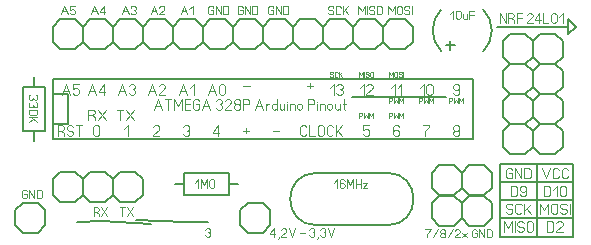
<source format=gbr>
%FSLAX34Y34*%
%MOMM*%
%LNCOPPER_BOTTOM*%
G71*
G01*
%ADD10C, 0.15*%
%ADD11C, 0.11*%
%ADD12C, 0.06*%
%ADD13C, 0.11*%
%ADD14C, 0.20*%
%ADD15C, 0.10*%
%ADD16C, 0.09*%
%LPD*%
G54D10*
X41275Y-69850D02*
X41275Y-120650D01*
X396875Y-120650D01*
X396875Y-69850D01*
X41275Y-69850D01*
G54D10*
X41275Y-82550D02*
X41275Y-107950D01*
X53975Y-107950D01*
X53975Y-82550D01*
X41275Y-82550D01*
G54D11*
X127011Y-95731D02*
X130344Y-86842D01*
X133678Y-95731D01*
G54D11*
X128344Y-92398D02*
X132344Y-92398D01*
G54D11*
X138778Y-95731D02*
X138778Y-86842D01*
G54D11*
X136111Y-86842D02*
X141444Y-86842D01*
G54D11*
X143811Y-95732D02*
X143811Y-86842D01*
X147144Y-92398D01*
X150478Y-86842D01*
X150478Y-95731D01*
G54D11*
X157578Y-95731D02*
X152911Y-95731D01*
X152911Y-86842D01*
X157578Y-86842D01*
G54D11*
X152911Y-91287D02*
X157578Y-91287D01*
G54D11*
X162678Y-91287D02*
X165344Y-91287D01*
X165344Y-94065D01*
X164678Y-95176D01*
X163344Y-95731D01*
X162011Y-95731D01*
X160678Y-95176D01*
X160011Y-94064D01*
X160011Y-88509D01*
X160678Y-87398D01*
X162011Y-86842D01*
X163344Y-86842D01*
X164678Y-87398D01*
X165344Y-88509D01*
G54D11*
X167711Y-95731D02*
X171044Y-86842D01*
X174378Y-95731D01*
G54D11*
X169044Y-92398D02*
X173044Y-92398D01*
G54D11*
X179311Y-88509D02*
X179978Y-87398D01*
X181311Y-86842D01*
X182644Y-86842D01*
X183978Y-87398D01*
X184644Y-88509D01*
X184644Y-89620D01*
X183978Y-90731D01*
X182644Y-91287D01*
X183978Y-91842D01*
X184644Y-92954D01*
X184644Y-94065D01*
X183978Y-95176D01*
X182644Y-95731D01*
X181311Y-95731D01*
X179978Y-95176D01*
X179311Y-94064D01*
G54D11*
X192344Y-95731D02*
X187011Y-95731D01*
X187011Y-95176D01*
X187678Y-94065D01*
X191678Y-90731D01*
X192344Y-89620D01*
X192344Y-88509D01*
X191678Y-87398D01*
X190344Y-86842D01*
X189011Y-86842D01*
X187678Y-87398D01*
X187011Y-88509D01*
G54D11*
X198044Y-91287D02*
X196711Y-91287D01*
X195378Y-90731D01*
X194711Y-89620D01*
X194711Y-88509D01*
X195378Y-87398D01*
X196711Y-86842D01*
X198044Y-86842D01*
X199378Y-87398D01*
X200044Y-88509D01*
X200044Y-89620D01*
X199378Y-90731D01*
X198044Y-91287D01*
X199378Y-91842D01*
X200044Y-92954D01*
X200044Y-94065D01*
X199378Y-95176D01*
X198044Y-95731D01*
X196711Y-95731D01*
X195378Y-95176D01*
X194711Y-94065D01*
X194711Y-92954D01*
X195378Y-91842D01*
X196711Y-91287D01*
G54D11*
X202411Y-95731D02*
X202411Y-86842D01*
X205744Y-86842D01*
X207078Y-87398D01*
X207744Y-88509D01*
X207744Y-89620D01*
X207078Y-90731D01*
X205744Y-91287D01*
X202411Y-91287D01*
G54D11*
X212611Y-95731D02*
X215944Y-86842D01*
X219278Y-95731D01*
G54D11*
X213944Y-92398D02*
X217944Y-92398D01*
G54D11*
X221711Y-95731D02*
X221711Y-90731D01*
G54D11*
X221711Y-91842D02*
X223044Y-90731D01*
X224378Y-90731D01*
G54D11*
X230811Y-95731D02*
X230811Y-86842D01*
G54D11*
X230811Y-92176D02*
X230144Y-91065D01*
X228811Y-90731D01*
X227478Y-91064D01*
X226811Y-92176D01*
X226811Y-94398D01*
X227478Y-95509D01*
X228811Y-95731D01*
X230144Y-95509D01*
X230811Y-94398D01*
G54D11*
X237211Y-90731D02*
X237211Y-95731D01*
G54D11*
X237211Y-94620D02*
X236544Y-95509D01*
X235211Y-95731D01*
X233878Y-95509D01*
X233211Y-94620D01*
X233211Y-90731D01*
G54D11*
X239611Y-95732D02*
X239611Y-90731D01*
G54D11*
X239611Y-89064D02*
X239611Y-89064D01*
G54D11*
X242011Y-95731D02*
X242011Y-90731D01*
G54D11*
X242011Y-91842D02*
X242678Y-91065D01*
X244011Y-90731D01*
X245344Y-91065D01*
X246011Y-91842D01*
X246011Y-95731D01*
G54D11*
X252411Y-94398D02*
X252411Y-92176D01*
X251744Y-91065D01*
X250411Y-90731D01*
X249078Y-91064D01*
X248411Y-92176D01*
X248411Y-94398D01*
X249078Y-95509D01*
X250411Y-95731D01*
X251744Y-95509D01*
X252411Y-94398D01*
G54D11*
X257311Y-95731D02*
X257311Y-86842D01*
X260644Y-86842D01*
X261978Y-87398D01*
X262644Y-88509D01*
X262644Y-89620D01*
X261978Y-90731D01*
X260644Y-91287D01*
X257311Y-91287D01*
G54D11*
X265011Y-95731D02*
X265011Y-90731D01*
G54D11*
X265011Y-89065D02*
X265011Y-89065D01*
G54D11*
X267411Y-95732D02*
X267411Y-90731D01*
G54D11*
X267411Y-91842D02*
X268078Y-91065D01*
X269411Y-90731D01*
X270744Y-91064D01*
X271411Y-91842D01*
X271411Y-95731D01*
G54D11*
X277811Y-94398D02*
X277811Y-92176D01*
X277144Y-91065D01*
X275811Y-90731D01*
X274478Y-91065D01*
X273811Y-92176D01*
X273811Y-94398D01*
X274478Y-95509D01*
X275811Y-95732D01*
X277144Y-95509D01*
X277811Y-94398D01*
G54D11*
X284211Y-90731D02*
X284211Y-95731D01*
G54D11*
X284211Y-94620D02*
X283544Y-95509D01*
X282211Y-95732D01*
X280878Y-95509D01*
X280211Y-94620D01*
X280211Y-90731D01*
G54D11*
X287944Y-86842D02*
X287944Y-95176D01*
X288611Y-95732D01*
X289278Y-95509D01*
G54D11*
X286611Y-90731D02*
X289278Y-90731D01*
G54D11*
X48028Y-113512D02*
X50028Y-114623D01*
X50694Y-115734D01*
X50694Y-117956D01*
G54D11*
X45361Y-117956D02*
X45361Y-109068D01*
X48694Y-109068D01*
X50028Y-109623D01*
X50694Y-110734D01*
X50694Y-111845D01*
X50028Y-112956D01*
X48694Y-113512D01*
X45361Y-113512D01*
G54D11*
X53061Y-116290D02*
X53728Y-117401D01*
X55061Y-117956D01*
X56394Y-117956D01*
X57728Y-117401D01*
X58394Y-116290D01*
X58394Y-115178D01*
X57728Y-114068D01*
X56394Y-113512D01*
X55061Y-113512D01*
X53728Y-112956D01*
X53061Y-111845D01*
X53061Y-110734D01*
X53728Y-109623D01*
X55061Y-109068D01*
X56394Y-109068D01*
X57728Y-109623D01*
X58394Y-110734D01*
G54D11*
X63428Y-117956D02*
X63428Y-109068D01*
G54D11*
X60761Y-109068D02*
X66094Y-109068D01*
G54D11*
X101686Y-112401D02*
X105019Y-109068D01*
X105019Y-117956D01*
G54D11*
X80619Y-110734D02*
X80619Y-116290D01*
X79953Y-117401D01*
X78619Y-117956D01*
X77286Y-117956D01*
X75953Y-117401D01*
X75286Y-116290D01*
X75286Y-110734D01*
X75953Y-109623D01*
X77286Y-109068D01*
X78619Y-109068D01*
X79953Y-109623D01*
X80619Y-110734D01*
G54D11*
X131419Y-117956D02*
X126086Y-117956D01*
X126086Y-117401D01*
X126753Y-116290D01*
X130753Y-112956D01*
X131419Y-111845D01*
X131419Y-110734D01*
X130753Y-109623D01*
X129419Y-109068D01*
X128086Y-109068D01*
X126753Y-109623D01*
X126086Y-110734D01*
G54D11*
X151486Y-110734D02*
X152153Y-109623D01*
X153486Y-109068D01*
X154819Y-109068D01*
X156153Y-109623D01*
X156819Y-110734D01*
X156819Y-111845D01*
X156153Y-112956D01*
X154819Y-113512D01*
X156153Y-114068D01*
X156819Y-115178D01*
X156819Y-116290D01*
X156153Y-117401D01*
X154819Y-117956D01*
X153486Y-117956D01*
X152153Y-117401D01*
X151486Y-116290D01*
G54D11*
X180886Y-117956D02*
X180886Y-109068D01*
X176886Y-114623D01*
X176886Y-115734D01*
X182219Y-115734D01*
G54D11*
X202286Y-113518D02*
X207619Y-113517D01*
G54D11*
X204953Y-111295D02*
X204953Y-115740D01*
G54D11*
X227686Y-113518D02*
X233019Y-113517D01*
G54D11*
X256019Y-116290D02*
X255353Y-117401D01*
X254020Y-117956D01*
X252686Y-117956D01*
X251353Y-117401D01*
X250686Y-116290D01*
X250686Y-110734D01*
X251353Y-109623D01*
X252686Y-109068D01*
X254019Y-109068D01*
X255353Y-109623D01*
X256019Y-110734D01*
G54D11*
X258386Y-109068D02*
X258386Y-117956D01*
X263053Y-117956D01*
G54D11*
X270819Y-110734D02*
X270820Y-116290D01*
X270153Y-117401D01*
X268819Y-117956D01*
X267486Y-117956D01*
X266153Y-117401D01*
X265486Y-116290D01*
X265486Y-110734D01*
X266153Y-109623D01*
X267486Y-109068D01*
X268819Y-109068D01*
X270153Y-109623D01*
X270819Y-110734D01*
G54D11*
X278519Y-116290D02*
X277853Y-117401D01*
X276519Y-117956D01*
X275186Y-117956D01*
X273853Y-117401D01*
X273186Y-116290D01*
X273186Y-110734D01*
X273853Y-109623D01*
X275186Y-109068D01*
X276519Y-109068D01*
X277853Y-109623D01*
X278519Y-110734D01*
G54D11*
X280886Y-117956D02*
X280886Y-109067D01*
G54D11*
X280886Y-115178D02*
X286219Y-109068D01*
G54D11*
X282886Y-113512D02*
X286219Y-117956D01*
G54D11*
X309219Y-109067D02*
X303886Y-109068D01*
X303886Y-112956D01*
X304553Y-112956D01*
X305886Y-112401D01*
X307219Y-112401D01*
X308553Y-112956D01*
X309219Y-114068D01*
X309219Y-116290D01*
X308553Y-117401D01*
X307219Y-117956D01*
X305886Y-117956D01*
X304553Y-117401D01*
X303886Y-116290D01*
G54D11*
X334619Y-110734D02*
X333953Y-109623D01*
X332619Y-109068D01*
X331286Y-109068D01*
X329953Y-109623D01*
X329286Y-110734D01*
X329286Y-113512D01*
X329286Y-114068D01*
X331286Y-112956D01*
X332619Y-112956D01*
X333953Y-113512D01*
X334619Y-114623D01*
X334619Y-116290D01*
X333953Y-117401D01*
X332619Y-117956D01*
X331286Y-117956D01*
X329953Y-117401D01*
X329286Y-116290D01*
X329286Y-113512D01*
G54D11*
X354686Y-109068D02*
X360019Y-109068D01*
X359353Y-110178D01*
X358019Y-111845D01*
X356686Y-114068D01*
X356019Y-115734D01*
X356019Y-117956D01*
G54D11*
X383419Y-113512D02*
X382086Y-113512D01*
X380753Y-112956D01*
X380086Y-111845D01*
X380086Y-110734D01*
X380753Y-109623D01*
X382086Y-109068D01*
X383419Y-109067D01*
X384753Y-109623D01*
X385419Y-110734D01*
X385419Y-111845D01*
X384753Y-112956D01*
X383419Y-113512D01*
X384753Y-114068D01*
X385419Y-115178D01*
X385419Y-116290D01*
X384753Y-117401D01*
X383419Y-117956D01*
X382086Y-117956D01*
X380753Y-117401D01*
X380086Y-116290D01*
X380086Y-115178D01*
X380753Y-114068D01*
X382086Y-113512D01*
G54D12*
X300736Y-103006D02*
X300736Y-98562D01*
X302403Y-98562D01*
X303069Y-98840D01*
X303403Y-99395D01*
X303403Y-99951D01*
X303069Y-100506D01*
X302403Y-100784D01*
X300736Y-100784D01*
G54D12*
X304636Y-98562D02*
X304636Y-103006D01*
X306303Y-100228D01*
X307969Y-103006D01*
X307969Y-98562D01*
G54D12*
X309136Y-103006D02*
X309136Y-98562D01*
X310803Y-101340D01*
X312469Y-98562D01*
X312469Y-103006D01*
G54D12*
X326136Y-103006D02*
X326136Y-98562D01*
X327803Y-98562D01*
X328469Y-98840D01*
X328803Y-99395D01*
X328803Y-99951D01*
X328469Y-100506D01*
X327803Y-100784D01*
X326136Y-100784D01*
G54D12*
X330036Y-98562D02*
X330036Y-103006D01*
X331703Y-100229D01*
X333369Y-103006D01*
X333369Y-98562D01*
G54D12*
X334536Y-103006D02*
X334536Y-98562D01*
X336203Y-101340D01*
X337869Y-98562D01*
X337869Y-103006D01*
G54D12*
X376936Y-90306D02*
X376936Y-85862D01*
X378603Y-85862D01*
X379269Y-86140D01*
X379603Y-86695D01*
X379603Y-87250D01*
X379269Y-87806D01*
X378603Y-88084D01*
X376936Y-88084D01*
G54D12*
X380836Y-85862D02*
X380836Y-90306D01*
X382503Y-87528D01*
X384169Y-90306D01*
X384169Y-85862D01*
G54D12*
X385336Y-90306D02*
X385336Y-85862D01*
X387003Y-88640D01*
X388669Y-85862D01*
X388669Y-90306D01*
G54D12*
X351536Y-90306D02*
X351536Y-85862D01*
X353203Y-85862D01*
X353869Y-86140D01*
X354203Y-86695D01*
X354203Y-87251D01*
X353869Y-87806D01*
X353203Y-88084D01*
X351536Y-88084D01*
G54D12*
X355436Y-85862D02*
X355436Y-90306D01*
X357103Y-87528D01*
X358769Y-90306D01*
X358769Y-85862D01*
G54D12*
X359936Y-90306D02*
X359936Y-85862D01*
X361603Y-88640D01*
X363269Y-85862D01*
X363269Y-90306D01*
G54D12*
X326136Y-90306D02*
X326136Y-85862D01*
X327803Y-85862D01*
X328469Y-86140D01*
X328803Y-86695D01*
X328803Y-87251D01*
X328469Y-87806D01*
X327803Y-88084D01*
X326136Y-88084D01*
G54D12*
X330036Y-85862D02*
X330036Y-90306D01*
X331703Y-87528D01*
X333369Y-90306D01*
X333369Y-85862D01*
G54D12*
X334536Y-90306D02*
X334536Y-85862D01*
X336203Y-88640D01*
X337869Y-85862D01*
X337869Y-90306D01*
G54D11*
X380086Y-81365D02*
X380753Y-82476D01*
X382086Y-83031D01*
X383419Y-83031D01*
X384753Y-82476D01*
X385419Y-81364D01*
X385419Y-78587D01*
X385419Y-78031D01*
X383419Y-79142D01*
X382086Y-79142D01*
X380753Y-78587D01*
X380086Y-77476D01*
X380086Y-75809D01*
X380753Y-74698D01*
X382086Y-74142D01*
X383419Y-74142D01*
X384753Y-74698D01*
X385419Y-75809D01*
X385419Y-78587D01*
G54D11*
X351836Y-77476D02*
X355169Y-74142D01*
X355169Y-83031D01*
G54D11*
X362869Y-75809D02*
X362869Y-81365D01*
X362203Y-82476D01*
X360869Y-83031D01*
X359536Y-83031D01*
X358203Y-82476D01*
X357536Y-81365D01*
X357536Y-75809D01*
X358203Y-74698D01*
X359536Y-74142D01*
X360869Y-74142D01*
X362203Y-74698D01*
X362869Y-75809D01*
G54D11*
X327436Y-77476D02*
X330769Y-74142D01*
X330769Y-83031D01*
G54D11*
X333136Y-77476D02*
X336469Y-74142D01*
X336469Y-83031D01*
G54D11*
X301036Y-77476D02*
X304369Y-74142D01*
X304369Y-83031D01*
G54D11*
X312069Y-83031D02*
X306736Y-83031D01*
X306736Y-82476D01*
X307403Y-81365D01*
X311403Y-78031D01*
X312069Y-76920D01*
X312069Y-75809D01*
X311403Y-74698D01*
X310069Y-74142D01*
X308736Y-74142D01*
X307403Y-74698D01*
X306736Y-75809D01*
G54D11*
X275636Y-77476D02*
X278969Y-74142D01*
X278969Y-83031D01*
G54D11*
X281336Y-75809D02*
X282003Y-74698D01*
X283336Y-74142D01*
X284669Y-74142D01*
X286003Y-74698D01*
X286669Y-75809D01*
X286669Y-76920D01*
X286003Y-78031D01*
X284669Y-78587D01*
X286003Y-79142D01*
X286669Y-80254D01*
X286669Y-81365D01*
X286003Y-82476D01*
X284669Y-83031D01*
X283336Y-83031D01*
X282003Y-82476D01*
X281336Y-81365D01*
G54D12*
X275936Y-67248D02*
X276269Y-67804D01*
X276936Y-68081D01*
X277603Y-68081D01*
X278269Y-67804D01*
X278603Y-67248D01*
X278603Y-66692D01*
X278270Y-66137D01*
X277603Y-65859D01*
X276936Y-65859D01*
X276269Y-65581D01*
X275936Y-65026D01*
X275936Y-64470D01*
X276269Y-63914D01*
X276936Y-63637D01*
X277603Y-63637D01*
X278269Y-63914D01*
X278603Y-64470D01*
G54D12*
X282503Y-67248D02*
X282169Y-67804D01*
X281503Y-68081D01*
X280836Y-68081D01*
X280169Y-67803D01*
X279836Y-67248D01*
X279836Y-64470D01*
X280169Y-63915D01*
X280836Y-63637D01*
X281503Y-63637D01*
X282169Y-63914D01*
X282503Y-64470D01*
G54D12*
X283736Y-68081D02*
X283736Y-63637D01*
G54D12*
X283736Y-66692D02*
X286403Y-63637D01*
G54D12*
X284736Y-65859D02*
X286403Y-68081D01*
G54D12*
X300436Y-68081D02*
X300436Y-63637D01*
X302103Y-66415D01*
X303769Y-63637D01*
X303769Y-68081D01*
G54D12*
X304936Y-68081D02*
X304936Y-63637D01*
G54D12*
X306136Y-67248D02*
X306469Y-67804D01*
X307136Y-68081D01*
X307803Y-68081D01*
X308469Y-67804D01*
X308803Y-67248D01*
X308803Y-66692D01*
X308469Y-66137D01*
X307803Y-65859D01*
X307136Y-65859D01*
X306469Y-65581D01*
X306136Y-65026D01*
X306136Y-64470D01*
X306469Y-63915D01*
X307136Y-63637D01*
X307803Y-63637D01*
X308469Y-63914D01*
X308803Y-64470D01*
G54D12*
X312703Y-64470D02*
X312703Y-67248D01*
X312369Y-67804D01*
X311703Y-68081D01*
X311036Y-68081D01*
X310370Y-67804D01*
X310036Y-67248D01*
X310036Y-64470D01*
X310369Y-63915D01*
X311036Y-63637D01*
X311703Y-63637D01*
X312369Y-63914D01*
X312703Y-64470D01*
G54D12*
X325836Y-68081D02*
X325836Y-63637D01*
X327503Y-66415D01*
X329169Y-63637D01*
X329169Y-68081D01*
G54D12*
X333003Y-64470D02*
X333003Y-67248D01*
X332669Y-67804D01*
X332003Y-68081D01*
X331336Y-68081D01*
X330669Y-67804D01*
X330336Y-67248D01*
X330336Y-64470D01*
X330669Y-63914D01*
X331336Y-63637D01*
X332003Y-63637D01*
X332669Y-63915D01*
X333003Y-64470D01*
G54D12*
X334236Y-67248D02*
X334569Y-67804D01*
X335236Y-68081D01*
X335903Y-68081D01*
X336569Y-67804D01*
X336903Y-67248D01*
X336903Y-66692D01*
X336569Y-66137D01*
X335903Y-65859D01*
X335236Y-65859D01*
X334569Y-65581D01*
X334236Y-65026D01*
X334236Y-64470D01*
X334569Y-63915D01*
X335236Y-63637D01*
X335903Y-63637D01*
X336569Y-63915D01*
X336903Y-64470D01*
G54D12*
X338136Y-68081D02*
X338136Y-63637D01*
G54D11*
X256261Y-75417D02*
X261594Y-75417D01*
G54D11*
X258928Y-73195D02*
X258928Y-77640D01*
G54D11*
X202686Y-75417D02*
X208019Y-75417D01*
G54D11*
X172736Y-83031D02*
X176069Y-74142D01*
X179403Y-83031D01*
G54D11*
X174069Y-79698D02*
X178069Y-79698D01*
G54D11*
X187169Y-75809D02*
X187169Y-81364D01*
X186503Y-82476D01*
X185169Y-83031D01*
X183836Y-83031D01*
X182503Y-82476D01*
X181836Y-81365D01*
X181836Y-75809D01*
X182503Y-74698D01*
X183836Y-74142D01*
X185169Y-74142D01*
X186503Y-74698D01*
X187169Y-75809D01*
G54D11*
X148336Y-83031D02*
X151669Y-74142D01*
X155003Y-83031D01*
G54D11*
X149669Y-79698D02*
X153669Y-79698D01*
G54D11*
X157436Y-77476D02*
X160769Y-74142D01*
X160769Y-83031D01*
G54D11*
X121936Y-83031D02*
X125269Y-74142D01*
X128603Y-83031D01*
G54D11*
X123269Y-79698D02*
X127269Y-79698D01*
G54D11*
X136369Y-83031D02*
X131036Y-83031D01*
X131036Y-82476D01*
X131703Y-81364D01*
X135703Y-78031D01*
X136369Y-76920D01*
X136369Y-75809D01*
X135703Y-74698D01*
X134369Y-74142D01*
X133036Y-74142D01*
X131703Y-74698D01*
X131036Y-75809D01*
G54D11*
X96536Y-83031D02*
X99869Y-74142D01*
X103203Y-83031D01*
G54D11*
X97869Y-79698D02*
X101869Y-79698D01*
G54D11*
X105636Y-75809D02*
X106303Y-74698D01*
X107636Y-74142D01*
X108969Y-74142D01*
X110303Y-74698D01*
X110969Y-75809D01*
X110969Y-76920D01*
X110303Y-78031D01*
X108969Y-78587D01*
X110303Y-79142D01*
X110969Y-80254D01*
X110969Y-81365D01*
X110303Y-82476D01*
X108969Y-83031D01*
X107636Y-83031D01*
X106303Y-82476D01*
X105636Y-81365D01*
G54D11*
X71136Y-83031D02*
X74469Y-74142D01*
X77803Y-83031D01*
G54D11*
X72469Y-79698D02*
X76469Y-79698D01*
G54D11*
X84236Y-83031D02*
X84236Y-74142D01*
X80236Y-79698D01*
X80236Y-80809D01*
X85569Y-80809D01*
G54D11*
X48911Y-83031D02*
X52244Y-74142D01*
X55578Y-83031D01*
G54D11*
X50244Y-79698D02*
X54244Y-79698D01*
G54D11*
X63344Y-74142D02*
X58011Y-74142D01*
X58011Y-78031D01*
X58678Y-78031D01*
X60011Y-77476D01*
X61344Y-77476D01*
X62678Y-78031D01*
X63344Y-79142D01*
X63344Y-81365D01*
X62678Y-82476D01*
X61344Y-83031D01*
X60011Y-83031D01*
X58678Y-82476D01*
X58011Y-81365D01*
G54D13*
X74104Y-100330D02*
X76104Y-101442D01*
X76771Y-102553D01*
X76771Y-104775D01*
G54D13*
X71438Y-104775D02*
X71438Y-95886D01*
X74771Y-95886D01*
X76104Y-96442D01*
X76771Y-97553D01*
X76771Y-98664D01*
X76104Y-99775D01*
X74771Y-100330D01*
X71438Y-100330D01*
G54D13*
X79214Y-95886D02*
X85881Y-104775D01*
G54D13*
X79214Y-104775D02*
X85881Y-95886D01*
G54D13*
X97917Y-104775D02*
X97917Y-95886D01*
G54D13*
X95250Y-95886D02*
X100583Y-95886D01*
G54D13*
X103027Y-95886D02*
X109694Y-104775D01*
G54D13*
X103027Y-104775D02*
X109694Y-95886D01*
G54D14*
X441275Y-133292D02*
X447575Y-126991D01*
X447575Y-114191D01*
X441275Y-107891D01*
X428475Y-107891D01*
X422175Y-114191D01*
X422175Y-126991D01*
X428475Y-133291D01*
X441275Y-133292D01*
G54D14*
X441275Y-82491D02*
X447575Y-76191D01*
X447575Y-63391D01*
X441275Y-57091D01*
X428474Y-57091D01*
X422175Y-63391D01*
X422175Y-76192D01*
X428474Y-82491D01*
X441275Y-82491D01*
G54D14*
X441275Y-107892D02*
X447575Y-101591D01*
X447574Y-88791D01*
X441275Y-82491D01*
X428474Y-82491D01*
X422175Y-88791D01*
X422175Y-101591D01*
X428475Y-107891D01*
X441275Y-107892D01*
G54D14*
X441275Y-57091D02*
X447575Y-50791D01*
X447575Y-37991D01*
X441275Y-31691D01*
X428475Y-31691D01*
X422175Y-37991D01*
X422175Y-50791D01*
X428474Y-57091D01*
X441275Y-57091D01*
G54D14*
X466675Y-133292D02*
X472975Y-126991D01*
X472974Y-114191D01*
X466675Y-107891D01*
X453875Y-107891D01*
X447575Y-114191D01*
X447575Y-126992D01*
X453874Y-133291D01*
X466675Y-133292D01*
G54D14*
X466675Y-82491D02*
X472974Y-76191D01*
X472975Y-63391D01*
X466675Y-57091D01*
X453874Y-57092D01*
X447575Y-63391D01*
X447575Y-76191D01*
X453875Y-82491D01*
X466675Y-82491D01*
G54D14*
X466675Y-107891D02*
X472975Y-101591D01*
X472975Y-88791D01*
X466675Y-82491D01*
X453875Y-82491D01*
X447575Y-88791D01*
X447574Y-101591D01*
X453875Y-107891D01*
X466675Y-107891D01*
G54D14*
X466675Y-57091D02*
X472974Y-50792D01*
X472974Y-37991D01*
X466675Y-31691D01*
X453874Y-31691D01*
X447575Y-37991D01*
X447575Y-50791D01*
X453874Y-57092D01*
X466675Y-57091D01*
G54D14*
X320616Y-25450D02*
X314316Y-19150D01*
X301516Y-19150D01*
X295216Y-25450D01*
X295216Y-38250D01*
X301516Y-44550D01*
X314316Y-44550D01*
X320616Y-38250D01*
X320616Y-25450D01*
G54D14*
X346016Y-25450D02*
X339716Y-19150D01*
X326916Y-19150D01*
X320616Y-25450D01*
X320616Y-38250D01*
X326916Y-44550D01*
X339716Y-44550D01*
X346016Y-38250D01*
X346016Y-25450D01*
G54D14*
X276117Y-19150D02*
X269817Y-25450D01*
X269817Y-38251D01*
X276117Y-44550D01*
X288917Y-44550D01*
X295217Y-38250D01*
X295217Y-25450D01*
X288917Y-19150D01*
X276117Y-19150D01*
G54D14*
X244416Y-25450D02*
X238116Y-19150D01*
X225316Y-19150D01*
X219016Y-25450D01*
X219016Y-38250D01*
X225316Y-44550D01*
X238116Y-44550D01*
X244416Y-38250D01*
X244416Y-25450D01*
G54D14*
X269816Y-25450D02*
X263516Y-19150D01*
X250716Y-19150D01*
X244416Y-25450D01*
X244416Y-38250D01*
X250716Y-44550D01*
X263516Y-44550D01*
X269816Y-38250D01*
X269816Y-25450D01*
G54D14*
X294948Y-84664D02*
X374323Y-84664D01*
G54D10*
X264175Y-149250D02*
X324475Y-149250D01*
G54D10*
X264275Y-193650D02*
X324575Y-193650D01*
G54D10*
G75*
G01X264375Y-149250D02*
G03X264375Y-193650I0J-22200D01*
G01*
G54D10*
G75*
G01X324475Y-193650D02*
G03X324475Y-149250I0J22200D01*
G01*
G54D14*
X92016Y-25450D02*
X85716Y-19150D01*
X72916Y-19150D01*
X66616Y-25450D01*
X66616Y-38250D01*
X72916Y-44550D01*
X85716Y-44550D01*
X92016Y-38250D01*
X92016Y-25450D01*
G54D14*
X117416Y-25450D02*
X111116Y-19150D01*
X98316Y-19150D01*
X92016Y-25450D01*
X92016Y-38250D01*
X98316Y-44550D01*
X111116Y-44550D01*
X117416Y-38250D01*
X117416Y-25450D01*
G54D14*
X47517Y-19150D02*
X41217Y-25450D01*
X41217Y-38251D01*
X47517Y-44550D01*
X60317Y-44550D01*
X66617Y-38250D01*
X66617Y-25450D01*
X60317Y-19150D01*
X47517Y-19150D01*
G54D14*
X142816Y-25450D02*
X136516Y-19150D01*
X123716Y-19150D01*
X117416Y-25450D01*
X117416Y-38250D01*
X123716Y-44550D01*
X136516Y-44550D01*
X142816Y-38250D01*
X142816Y-25450D01*
G54D14*
X168216Y-25450D02*
X161916Y-19150D01*
X149116Y-19150D01*
X142816Y-25450D01*
X142816Y-38250D01*
X149116Y-44550D01*
X161916Y-44550D01*
X168216Y-38250D01*
X168216Y-25450D01*
G54D14*
X98317Y-19150D02*
X92017Y-25450D01*
X92017Y-38251D01*
X98317Y-44550D01*
X111117Y-44550D01*
X117417Y-38250D01*
X117417Y-25450D01*
X111117Y-19150D01*
X98317Y-19150D01*
G54D14*
X219016Y-25450D02*
X212716Y-19150D01*
X199916Y-19150D01*
X193616Y-25450D01*
X193616Y-38250D01*
X199916Y-44550D01*
X212716Y-44550D01*
X219016Y-38250D01*
X219016Y-25450D01*
G54D14*
X244416Y-25450D02*
X238116Y-19150D01*
X225316Y-19150D01*
X219016Y-25450D01*
X219016Y-38250D01*
X225316Y-44550D01*
X238116Y-44550D01*
X244416Y-38250D01*
X244416Y-25450D01*
G54D14*
X225366Y-181025D02*
X219066Y-174725D01*
X206266Y-174725D01*
X199966Y-181025D01*
X199966Y-193825D01*
X206266Y-200125D01*
X219066Y-200125D01*
X225366Y-193825D01*
X225366Y-181025D01*
G54D14*
X92016Y-154831D02*
X85716Y-148531D01*
X72916Y-148531D01*
X66616Y-154831D01*
X66616Y-167631D01*
X72916Y-173931D01*
X85716Y-173931D01*
X92016Y-167631D01*
X92016Y-154831D01*
G54D14*
X117416Y-154831D02*
X111116Y-148531D01*
X98316Y-148531D01*
X92016Y-154831D01*
X92016Y-167631D01*
X98316Y-173931D01*
X111116Y-173931D01*
X117416Y-167631D01*
X117416Y-154831D01*
G54D10*
X34900Y-114250D02*
X15900Y-114250D01*
X15900Y-76250D01*
X34900Y-76250D01*
X34900Y-114250D01*
G54D10*
X25400Y-114350D02*
X25400Y-122250D01*
G54D10*
X25400Y-76250D02*
X25400Y-68350D01*
G54D10*
X152450Y-168250D02*
X152450Y-149250D01*
X190450Y-149250D01*
X190450Y-168250D01*
X152450Y-168250D01*
G54D10*
X152350Y-158750D02*
X144450Y-158750D01*
G54D10*
X190450Y-158750D02*
X198350Y-158750D01*
G54D10*
X374025Y-41275D02*
X381625Y-41275D01*
G54D10*
X377825Y-37475D02*
X377825Y-45075D01*
G54D10*
G75*
G01X405592Y-46438D02*
G03X405592Y-11012I-17713J17713D01*
G01*
G54D14*
X417512Y-25400D02*
X477838Y-25400D01*
X477838Y-19050D01*
X484188Y-25400D01*
X477838Y-31750D01*
X477838Y-25400D01*
G54D15*
X419894Y-22225D02*
X419894Y-14225D01*
X424694Y-22225D01*
X424694Y-14225D01*
G54D15*
X429294Y-18225D02*
X431094Y-19225D01*
X431694Y-20225D01*
X431694Y-22225D01*
G54D15*
X426894Y-22225D02*
X426894Y-14225D01*
X429894Y-14225D01*
X431094Y-14725D01*
X431694Y-15725D01*
X431694Y-16725D01*
X431094Y-17725D01*
X429894Y-18225D01*
X426894Y-18225D01*
G54D15*
X433894Y-22225D02*
X433894Y-14225D01*
X438094Y-14225D01*
G54D15*
X433894Y-18225D02*
X438094Y-18225D01*
G54D15*
X447414Y-22225D02*
X442614Y-22225D01*
X442614Y-21725D01*
X443214Y-20725D01*
X446814Y-17725D01*
X447414Y-16725D01*
X447414Y-15725D01*
X446814Y-14725D01*
X445614Y-14225D01*
X444414Y-14225D01*
X443214Y-14725D01*
X442614Y-15725D01*
G54D15*
X453214Y-22225D02*
X453214Y-14225D01*
X449614Y-19225D01*
X449614Y-20225D01*
X454414Y-20225D01*
G54D15*
X456614Y-14225D02*
X456614Y-22225D01*
X460814Y-22225D01*
G54D15*
X467814Y-15725D02*
X467814Y-20725D01*
X467214Y-21725D01*
X466014Y-22225D01*
X464814Y-22225D01*
X463614Y-21725D01*
X463014Y-20725D01*
X463014Y-15725D01*
X463614Y-14725D01*
X464814Y-14225D01*
X466014Y-14225D01*
X467214Y-14725D01*
X467814Y-15725D01*
G54D15*
X470014Y-17225D02*
X473014Y-14225D01*
X473014Y-22225D01*
G54D16*
X228625Y-203200D02*
X228625Y-196089D01*
X225425Y-200533D01*
X225425Y-201422D01*
X229692Y-201422D01*
G54D16*
X232715Y-203200D02*
X232715Y-204089D01*
X232181Y-204978D01*
X231648Y-204978D01*
G54D16*
X238938Y-203200D02*
X234671Y-203200D01*
X234671Y-202756D01*
X235204Y-201867D01*
X238404Y-199200D01*
X238938Y-198311D01*
X238938Y-197422D01*
X238404Y-196533D01*
X237338Y-196089D01*
X236271Y-196089D01*
X235204Y-196533D01*
X234671Y-197422D01*
G54D16*
X240894Y-196089D02*
X243561Y-203200D01*
X246227Y-196089D01*
G54D16*
X250246Y-200089D02*
X254513Y-200089D01*
G54D16*
X258532Y-197422D02*
X259065Y-196533D01*
X260132Y-196089D01*
X261199Y-196089D01*
X262265Y-196533D01*
X262799Y-197422D01*
X262799Y-198311D01*
X262265Y-199200D01*
X261199Y-199644D01*
X262265Y-200089D01*
X262799Y-200978D01*
X262799Y-201867D01*
X262265Y-202756D01*
X261199Y-203200D01*
X260132Y-203200D01*
X259065Y-202756D01*
X258532Y-201867D01*
G54D16*
X265822Y-203200D02*
X265822Y-204089D01*
X265288Y-204978D01*
X264755Y-204978D01*
G54D16*
X267778Y-197422D02*
X268311Y-196533D01*
X269378Y-196089D01*
X270445Y-196089D01*
X271511Y-196533D01*
X272045Y-197422D01*
X272045Y-198311D01*
X271511Y-199200D01*
X270445Y-199644D01*
X271511Y-200089D01*
X272045Y-200978D01*
X272045Y-201867D01*
X271511Y-202756D01*
X270445Y-203200D01*
X269378Y-203200D01*
X268311Y-202756D01*
X267778Y-201867D01*
G54D16*
X274001Y-196089D02*
X276668Y-203200D01*
X279334Y-196089D01*
G54D14*
X66616Y-154831D02*
X60316Y-148531D01*
X47516Y-148531D01*
X41216Y-154831D01*
X41216Y-167631D01*
X47516Y-173931D01*
X60316Y-173931D01*
X66616Y-167631D01*
X66616Y-154831D01*
G54D14*
X92016Y-154831D02*
X85716Y-148531D01*
X72916Y-148531D01*
X66616Y-154831D01*
X66616Y-167631D01*
X72916Y-173931D01*
X85716Y-173931D01*
X92016Y-167631D01*
X92016Y-154831D01*
G54D14*
X387283Y-174775D02*
X380983Y-168475D01*
X368183Y-168474D01*
X361883Y-174775D01*
X361883Y-187575D01*
X368183Y-193875D01*
X380983Y-193875D01*
X387283Y-187575D01*
X387283Y-174775D01*
G54D14*
X412683Y-174775D02*
X406383Y-168474D01*
X393583Y-168475D01*
X387283Y-174775D01*
X387283Y-187575D01*
X393583Y-193875D01*
X406383Y-193875D01*
X412683Y-187575D01*
X412683Y-174775D01*
G54D14*
X387292Y-149275D02*
X380991Y-142975D01*
X368191Y-142975D01*
X361891Y-149275D01*
X361891Y-162075D01*
X368192Y-168375D01*
X380991Y-168375D01*
X387291Y-162075D01*
X387292Y-149275D01*
G54D14*
X412692Y-149275D02*
X406392Y-142975D01*
X393591Y-142975D01*
X387292Y-149275D01*
X387291Y-162075D01*
X393591Y-168375D01*
X406392Y-168375D01*
X412692Y-162075D01*
X412692Y-149275D01*
G54D14*
X34866Y-181025D02*
X28566Y-174725D01*
X15766Y-174725D01*
X9466Y-181025D01*
X9466Y-193825D01*
X15766Y-200125D01*
X28566Y-200125D01*
X34866Y-193825D01*
X34866Y-181025D01*
G54D14*
X172302Y-191026D02*
X153451Y-191026D01*
X111650Y-188912D01*
G54D14*
X61595Y-190902D02*
X82850Y-190476D01*
X124651Y-192590D01*
G54D10*
G75*
G01X370166Y-11012D02*
G03X370166Y-46438I17713J-17713D01*
G01*
G54D16*
X279400Y-157481D02*
X282067Y-154814D01*
X282067Y-161925D01*
G54D16*
X288290Y-156147D02*
X287756Y-155258D01*
X286690Y-154814D01*
X285623Y-154814D01*
X284556Y-155258D01*
X284023Y-156147D01*
X284023Y-158369D01*
X284023Y-158814D01*
X285623Y-157925D01*
X286690Y-157925D01*
X287756Y-158369D01*
X288290Y-159258D01*
X288290Y-160592D01*
X287756Y-161481D01*
X286690Y-161925D01*
X285623Y-161925D01*
X284556Y-161481D01*
X284023Y-160592D01*
X284023Y-158369D01*
G54D16*
X290246Y-161925D02*
X290246Y-154814D01*
X292913Y-159258D01*
X295579Y-154814D01*
X295579Y-161925D01*
G54D16*
X297535Y-161925D02*
X297535Y-154814D01*
G54D16*
X301802Y-161925D02*
X301802Y-154814D01*
G54D16*
X297535Y-158369D02*
X301802Y-158369D01*
G54D16*
X303758Y-157925D02*
X306958Y-157925D01*
X303758Y-161925D01*
X306958Y-161925D01*
G54D16*
X161925Y-157481D02*
X164592Y-154814D01*
X164592Y-161925D01*
G54D16*
X166548Y-161925D02*
X166548Y-154814D01*
X169215Y-159258D01*
X171881Y-154814D01*
X171881Y-161925D01*
G54D16*
X178104Y-156147D02*
X178104Y-160592D01*
X177570Y-161481D01*
X176504Y-161925D01*
X175437Y-161925D01*
X174370Y-161481D01*
X173837Y-160592D01*
X173837Y-156147D01*
X174370Y-155258D01*
X175437Y-154814D01*
X176504Y-154814D01*
X177570Y-155258D01*
X178104Y-156147D01*
G54D16*
X26730Y-83256D02*
X27619Y-83789D01*
X28063Y-84856D01*
X28063Y-85923D01*
X27619Y-86989D01*
X26730Y-87523D01*
X25841Y-87523D01*
X24952Y-86989D01*
X24507Y-85923D01*
X24063Y-86989D01*
X23174Y-87523D01*
X22285Y-87523D01*
X21396Y-86989D01*
X20952Y-85923D01*
X20952Y-84856D01*
X21396Y-83789D01*
X22285Y-83256D01*
G54D16*
X26730Y-89479D02*
X27619Y-90012D01*
X28063Y-91079D01*
X28063Y-92146D01*
X27619Y-93212D01*
X26730Y-93746D01*
X25841Y-93746D01*
X24952Y-93212D01*
X24507Y-92146D01*
X24063Y-93212D01*
X23174Y-93746D01*
X22285Y-93746D01*
X21396Y-93212D01*
X20952Y-92146D01*
X20952Y-91079D01*
X21396Y-90012D01*
X22285Y-89479D01*
G54D16*
X26730Y-99969D02*
X22285Y-99969D01*
X21396Y-99435D01*
X20952Y-98369D01*
X20952Y-97302D01*
X21396Y-96235D01*
X22285Y-95702D01*
X26730Y-95702D01*
X27619Y-96235D01*
X28063Y-97302D01*
X28063Y-98369D01*
X27619Y-99435D01*
X26730Y-99969D01*
G54D16*
X20952Y-101925D02*
X28063Y-101925D01*
G54D16*
X23174Y-101925D02*
X28063Y-106192D01*
G54D16*
X24507Y-103525D02*
X20952Y-106192D01*
G54D16*
X377825Y-14606D02*
X380492Y-11939D01*
X380492Y-19050D01*
G54D16*
X386715Y-13272D02*
X386715Y-17717D01*
X386181Y-18606D01*
X385115Y-19050D01*
X384048Y-19050D01*
X382981Y-18606D01*
X382448Y-17717D01*
X382448Y-13272D01*
X382981Y-12383D01*
X384048Y-11939D01*
X385115Y-11939D01*
X386181Y-12383D01*
X386715Y-13272D01*
G54D16*
X391871Y-15050D02*
X391871Y-19050D01*
G54D16*
X391871Y-18161D02*
X391338Y-18872D01*
X390271Y-19050D01*
X389204Y-18872D01*
X388671Y-18161D01*
X388671Y-15050D01*
G54D16*
X393827Y-19050D02*
X393827Y-11939D01*
X397560Y-11939D01*
G54D16*
X393827Y-15495D02*
X397560Y-15495D01*
G54D16*
X17215Y-167101D02*
X19348Y-167101D01*
X19348Y-169323D01*
X18815Y-170212D01*
X17748Y-170656D01*
X16681Y-170656D01*
X15615Y-170212D01*
X15081Y-169323D01*
X15081Y-164878D01*
X15615Y-163990D01*
X16681Y-163545D01*
X17748Y-163545D01*
X18815Y-163990D01*
X19348Y-164878D01*
G54D16*
X21304Y-170656D02*
X21304Y-163545D01*
X25571Y-170656D01*
X25571Y-163545D01*
G54D16*
X27527Y-170656D02*
X27527Y-163545D01*
X30194Y-163545D01*
X31261Y-163990D01*
X31794Y-164878D01*
X31794Y-169323D01*
X31261Y-170212D01*
X30194Y-170656D01*
X27527Y-170656D01*
G54D16*
X274638Y-13748D02*
X275171Y-14637D01*
X276238Y-15081D01*
X277304Y-15081D01*
X278371Y-14637D01*
X278904Y-13748D01*
X278904Y-12859D01*
X278371Y-11970D01*
X277304Y-11526D01*
X276238Y-11526D01*
X275171Y-11081D01*
X274638Y-10192D01*
X274638Y-9303D01*
X275171Y-8415D01*
X276238Y-7970D01*
X277304Y-7970D01*
X278371Y-8415D01*
X278904Y-9303D01*
G54D16*
X285127Y-13748D02*
X284594Y-14637D01*
X283527Y-15081D01*
X282460Y-15081D01*
X281394Y-14637D01*
X280860Y-13748D01*
X280860Y-9303D01*
X281394Y-8415D01*
X282460Y-7970D01*
X283527Y-7970D01*
X284594Y-8415D01*
X285127Y-9303D01*
G54D16*
X287084Y-15081D02*
X287084Y-7970D01*
G54D16*
X287084Y-12859D02*
X291350Y-7970D01*
G54D16*
X288684Y-11526D02*
X291350Y-15081D01*
G54D16*
X300038Y-15081D02*
X300038Y-7970D01*
X302704Y-12415D01*
X305371Y-7970D01*
X305371Y-15081D01*
G54D16*
X307326Y-15081D02*
X307326Y-7970D01*
G54D16*
X309282Y-13748D02*
X309816Y-14637D01*
X310882Y-15081D01*
X311949Y-15081D01*
X313016Y-14637D01*
X313549Y-13748D01*
X313549Y-12859D01*
X313016Y-11970D01*
X311949Y-11526D01*
X310882Y-11526D01*
X309816Y-11081D01*
X309282Y-10192D01*
X309282Y-9303D01*
X309816Y-8415D01*
X310882Y-7970D01*
X311949Y-7970D01*
X313016Y-8415D01*
X313549Y-9303D01*
G54D16*
X319772Y-9303D02*
X319772Y-13748D01*
X319239Y-14637D01*
X318172Y-15081D01*
X317106Y-15081D01*
X316039Y-14637D01*
X315506Y-13748D01*
X315506Y-9303D01*
X316039Y-8415D01*
X317106Y-7970D01*
X318172Y-7970D01*
X319239Y-8415D01*
X319772Y-9303D01*
G54D16*
X325438Y-15081D02*
X325438Y-7970D01*
X328104Y-12415D01*
X330771Y-7970D01*
X330771Y-15081D01*
G54D16*
X336993Y-9303D02*
X336993Y-13748D01*
X336460Y-14637D01*
X335393Y-15081D01*
X334326Y-15081D01*
X333260Y-14637D01*
X332726Y-13748D01*
X332726Y-9303D01*
X333260Y-8415D01*
X334326Y-7970D01*
X335393Y-7970D01*
X336460Y-8415D01*
X336993Y-9303D01*
G54D16*
X338950Y-13748D02*
X339483Y-14637D01*
X340550Y-15081D01*
X341616Y-15081D01*
X342683Y-14637D01*
X343216Y-13748D01*
X343216Y-12859D01*
X342683Y-11970D01*
X341616Y-11526D01*
X340550Y-11526D01*
X339483Y-11081D01*
X338950Y-10192D01*
X338950Y-9303D01*
X339483Y-8415D01*
X340550Y-7970D01*
X341616Y-7970D01*
X342683Y-8415D01*
X343216Y-9303D01*
G54D16*
X345172Y-15081D02*
X345172Y-7970D01*
G54D16*
X48419Y-15081D02*
X51085Y-7970D01*
X53752Y-15081D01*
G54D16*
X49485Y-12415D02*
X52685Y-12415D01*
G54D16*
X59974Y-7970D02*
X55708Y-7970D01*
X55708Y-11081D01*
X56241Y-11081D01*
X57308Y-10637D01*
X58374Y-10637D01*
X59441Y-11081D01*
X59974Y-11970D01*
X59974Y-13748D01*
X59441Y-14637D01*
X58374Y-15081D01*
X57308Y-15081D01*
X56241Y-14637D01*
X55708Y-13748D01*
G54D16*
X73819Y-15079D02*
X76485Y-7968D01*
X79152Y-15079D01*
G54D16*
X74885Y-12412D02*
X78085Y-12412D01*
G54D16*
X84308Y-15079D02*
X84308Y-7968D01*
X81108Y-12412D01*
X81108Y-13301D01*
X85374Y-13301D01*
G54D16*
X100012Y-15080D02*
X102679Y-7969D01*
X105346Y-15080D01*
G54D16*
X101079Y-12414D02*
X104279Y-12414D01*
G54D16*
X107302Y-9303D02*
X107835Y-8414D01*
X108902Y-7969D01*
X109968Y-7969D01*
X111035Y-8414D01*
X111568Y-9303D01*
X111568Y-10192D01*
X111035Y-11080D01*
X109968Y-11525D01*
X111035Y-11969D01*
X111568Y-12858D01*
X111568Y-13747D01*
X111035Y-14636D01*
X109968Y-15080D01*
X108902Y-15080D01*
X107835Y-14636D01*
X107302Y-13747D01*
G54D16*
X124200Y-15081D02*
X126867Y-7970D01*
X129534Y-15081D01*
G54D16*
X125267Y-12415D02*
X128467Y-12415D01*
G54D16*
X135756Y-15081D02*
X131490Y-15081D01*
X131490Y-14637D01*
X132023Y-13748D01*
X135223Y-11081D01*
X135756Y-10192D01*
X135756Y-9303D01*
X135223Y-8415D01*
X134156Y-7970D01*
X133090Y-7970D01*
X132023Y-8415D01*
X131490Y-9303D01*
G54D16*
X149600Y-15075D02*
X152267Y-7964D01*
X154934Y-15075D01*
G54D16*
X150667Y-12409D02*
X153867Y-12409D01*
G54D16*
X156890Y-10631D02*
X159556Y-7964D01*
X159556Y-15075D01*
G54D16*
X199777Y-11525D02*
X201910Y-11525D01*
X201910Y-13747D01*
X201377Y-14636D01*
X200310Y-15080D01*
X199244Y-15080D01*
X198177Y-14636D01*
X197644Y-13747D01*
X197644Y-9303D01*
X198177Y-8414D01*
X199244Y-7969D01*
X200310Y-7969D01*
X201377Y-8414D01*
X201910Y-9303D01*
G54D16*
X203867Y-15080D02*
X203867Y-7969D01*
X208133Y-15080D01*
X208133Y-7969D01*
G54D16*
X210090Y-15080D02*
X210090Y-7969D01*
X212756Y-7969D01*
X213823Y-8414D01*
X214356Y-9303D01*
X214356Y-13747D01*
X213823Y-14636D01*
X212756Y-15080D01*
X210090Y-15080D01*
G54D16*
X225971Y-11525D02*
X228104Y-11525D01*
X228104Y-13747D01*
X227571Y-14636D01*
X226504Y-15080D01*
X225438Y-15080D01*
X224371Y-14636D01*
X223838Y-13747D01*
X223838Y-9303D01*
X224371Y-8414D01*
X225438Y-7969D01*
X226504Y-7969D01*
X227571Y-8414D01*
X228104Y-9303D01*
G54D16*
X230060Y-15080D02*
X230060Y-7969D01*
X234327Y-15080D01*
X234327Y-7969D01*
G54D16*
X236284Y-15080D02*
X236284Y-7969D01*
X238950Y-7969D01*
X240017Y-8414D01*
X240550Y-9303D01*
X240550Y-13747D01*
X240017Y-14636D01*
X238950Y-15080D01*
X236284Y-15080D01*
G54D16*
X356769Y-196877D02*
X361036Y-196877D01*
X360503Y-197765D01*
X359436Y-199099D01*
X358369Y-200877D01*
X357836Y-202210D01*
X357836Y-203988D01*
G54D16*
X362992Y-203988D02*
X367259Y-196877D01*
G54D16*
X371882Y-200432D02*
X370815Y-200432D01*
X369749Y-199988D01*
X369215Y-199099D01*
X369215Y-198210D01*
X369749Y-197321D01*
X370815Y-196877D01*
X371882Y-196877D01*
X372949Y-197321D01*
X373482Y-198210D01*
X373482Y-199099D01*
X372949Y-199988D01*
X371882Y-200432D01*
X372949Y-200877D01*
X373482Y-201765D01*
X373482Y-202654D01*
X372949Y-203543D01*
X371882Y-203988D01*
X370815Y-203988D01*
X369749Y-203543D01*
X369215Y-202654D01*
X369215Y-201765D01*
X369749Y-200877D01*
X370815Y-200432D01*
G54D16*
X375438Y-203988D02*
X379705Y-196877D01*
G54D16*
X385928Y-203988D02*
X381661Y-203988D01*
X381661Y-203543D01*
X382195Y-202654D01*
X385395Y-199988D01*
X385928Y-199099D01*
X385928Y-198210D01*
X385395Y-197321D01*
X384328Y-196877D01*
X383261Y-196877D01*
X382195Y-197321D01*
X381661Y-198210D01*
G54D16*
X387884Y-199988D02*
X392151Y-203988D01*
G54D16*
X387884Y-203988D02*
X392151Y-199988D01*
G54D16*
X398304Y-200432D02*
X400437Y-200432D01*
X400437Y-202654D01*
X399904Y-203543D01*
X398837Y-203988D01*
X397770Y-203988D01*
X396704Y-203543D01*
X396170Y-202654D01*
X396170Y-198210D01*
X396704Y-197321D01*
X397770Y-196877D01*
X398837Y-196877D01*
X399904Y-197321D01*
X400437Y-198210D01*
G54D16*
X402393Y-203988D02*
X402393Y-196877D01*
X406660Y-203988D01*
X406660Y-196877D01*
G54D16*
X408616Y-203988D02*
X408616Y-196877D01*
X411283Y-196877D01*
X412350Y-197321D01*
X412883Y-198210D01*
X412883Y-202654D01*
X412350Y-203543D01*
X411283Y-203988D01*
X408616Y-203988D01*
G54D16*
X77915Y-182176D02*
X79515Y-183065D01*
X80048Y-183954D01*
X80048Y-185731D01*
G54D16*
X75782Y-185731D02*
X75782Y-178620D01*
X78448Y-178620D01*
X79515Y-179065D01*
X80048Y-179954D01*
X80048Y-180843D01*
X79515Y-181731D01*
X78448Y-182176D01*
X75782Y-182176D01*
G54D16*
X82005Y-178620D02*
X87338Y-185731D01*
G54D16*
X82005Y-185731D02*
X87338Y-178620D01*
G54D16*
X100140Y-185731D02*
X100140Y-178620D01*
G54D16*
X98007Y-178620D02*
X102273Y-178620D01*
G54D16*
X104230Y-178620D02*
X109563Y-185731D01*
G54D16*
X104230Y-185731D02*
X109563Y-178620D01*
G54D16*
X170238Y-197416D02*
X170771Y-196527D01*
X171838Y-196083D01*
X172905Y-196083D01*
X173971Y-196527D01*
X174505Y-197416D01*
X174505Y-198305D01*
X173971Y-199194D01*
X172905Y-199638D01*
X173971Y-200083D01*
X174505Y-200972D01*
X174505Y-201861D01*
X173971Y-202750D01*
X172905Y-203194D01*
X171838Y-203194D01*
X170771Y-202750D01*
X170238Y-201861D01*
G54D14*
X193616Y-25450D02*
X187316Y-19150D01*
X174516Y-19150D01*
X168216Y-25450D01*
X168216Y-38250D01*
X174516Y-44550D01*
X187316Y-44550D01*
X193616Y-38250D01*
X193616Y-25450D01*
G54D14*
X219016Y-25450D02*
X212716Y-19150D01*
X199916Y-19150D01*
X193616Y-25450D01*
X193616Y-38250D01*
X199916Y-44550D01*
X212716Y-44550D01*
X219016Y-38250D01*
X219016Y-25450D01*
G54D16*
X175171Y-11525D02*
X177304Y-11525D01*
X177304Y-13747D01*
X176771Y-14636D01*
X175704Y-15080D01*
X174638Y-15080D01*
X173571Y-14636D01*
X173038Y-13747D01*
X173038Y-9303D01*
X173571Y-8414D01*
X174638Y-7969D01*
X175704Y-7969D01*
X176771Y-8414D01*
X177304Y-9303D01*
G54D16*
X179260Y-15080D02*
X179260Y-7969D01*
X183527Y-15080D01*
X183527Y-7969D01*
G54D16*
X185484Y-15080D02*
X185484Y-7969D01*
X188150Y-7969D01*
X189217Y-8414D01*
X189750Y-9303D01*
X189750Y-13747D01*
X189217Y-14636D01*
X188150Y-15080D01*
X185484Y-15080D01*
G54D13*
X454062Y-184150D02*
X454062Y-175261D01*
X457395Y-180816D01*
X460728Y-175261D01*
X460728Y-184150D01*
G54D13*
X468506Y-176928D02*
X468506Y-182483D01*
X467839Y-183594D01*
X466506Y-184150D01*
X465172Y-184150D01*
X463839Y-183594D01*
X463172Y-182483D01*
X463172Y-176928D01*
X463839Y-175816D01*
X465172Y-175261D01*
X466506Y-175261D01*
X467839Y-175816D01*
X468506Y-176928D01*
G54D13*
X470950Y-182483D02*
X471616Y-183594D01*
X472950Y-184150D01*
X474283Y-184150D01*
X475616Y-183594D01*
X476283Y-182483D01*
X476283Y-181372D01*
X475616Y-180261D01*
X474283Y-179705D01*
X472950Y-179705D01*
X471616Y-179150D01*
X470950Y-178039D01*
X470950Y-176928D01*
X471616Y-175816D01*
X472950Y-175261D01*
X474283Y-175261D01*
X475616Y-175816D01*
X476283Y-176928D01*
G54D13*
X478726Y-184150D02*
X478726Y-175261D01*
G54D13*
X423069Y-199231D02*
X423069Y-190342D01*
X426402Y-195898D01*
X429735Y-190342D01*
X429735Y-199231D01*
G54D13*
X432180Y-199231D02*
X432180Y-190342D01*
G54D13*
X434624Y-197565D02*
X435290Y-198676D01*
X436624Y-199231D01*
X437957Y-199231D01*
X439290Y-198676D01*
X439957Y-197565D01*
X439957Y-196453D01*
X439290Y-195342D01*
X437957Y-194787D01*
X436624Y-194787D01*
X435290Y-194231D01*
X434624Y-193120D01*
X434624Y-192009D01*
X435290Y-190898D01*
X436624Y-190342D01*
X437957Y-190342D01*
X439290Y-190898D01*
X439957Y-192009D01*
G54D13*
X447734Y-192009D02*
X447734Y-197565D01*
X447067Y-198676D01*
X445734Y-199231D01*
X444401Y-199231D01*
X443067Y-198676D01*
X442401Y-197565D01*
X442401Y-192009D01*
X443067Y-190898D01*
X444401Y-190342D01*
X445734Y-190342D01*
X447067Y-190898D01*
X447734Y-192009D01*
G54D13*
X424974Y-182483D02*
X425640Y-183594D01*
X426974Y-184150D01*
X428307Y-184150D01*
X429640Y-183594D01*
X430307Y-182483D01*
X430307Y-181372D01*
X429640Y-180261D01*
X428307Y-179706D01*
X426974Y-179706D01*
X425640Y-179150D01*
X424974Y-178039D01*
X424974Y-176928D01*
X425640Y-175817D01*
X426974Y-175261D01*
X428307Y-175261D01*
X429640Y-175817D01*
X430307Y-176928D01*
G54D13*
X438084Y-182483D02*
X437417Y-183594D01*
X436084Y-184150D01*
X434751Y-184150D01*
X433417Y-183594D01*
X432751Y-182483D01*
X432751Y-176928D01*
X433417Y-175817D01*
X434751Y-175261D01*
X436084Y-175261D01*
X437417Y-175817D01*
X438084Y-176928D01*
G54D13*
X440528Y-184150D02*
X440528Y-175261D01*
G54D13*
X440528Y-181372D02*
X445861Y-175261D01*
G54D13*
X442528Y-179706D02*
X445861Y-184150D01*
G54D13*
X459838Y-199231D02*
X459838Y-190342D01*
X463171Y-190342D01*
X464504Y-190898D01*
X465171Y-192009D01*
X465171Y-197565D01*
X464504Y-198676D01*
X463171Y-199231D01*
X459838Y-199231D01*
G54D13*
X472948Y-199231D02*
X467614Y-199231D01*
X467614Y-198676D01*
X468281Y-197565D01*
X472281Y-194231D01*
X472948Y-193120D01*
X472948Y-192009D01*
X472281Y-190898D01*
X470948Y-190342D01*
X469614Y-190342D01*
X468281Y-190898D01*
X467614Y-192009D01*
G54D13*
X428846Y-169069D02*
X428846Y-160180D01*
X432179Y-160180D01*
X433512Y-160735D01*
X434179Y-161847D01*
X434179Y-167402D01*
X433512Y-168513D01*
X432179Y-169069D01*
X428846Y-169069D01*
G54D13*
X436623Y-167402D02*
X437289Y-168513D01*
X438623Y-169069D01*
X439956Y-169069D01*
X441289Y-168513D01*
X441956Y-167402D01*
X441956Y-164624D01*
X441956Y-164069D01*
X439956Y-165180D01*
X438623Y-165180D01*
X437289Y-164624D01*
X436623Y-163513D01*
X436623Y-161847D01*
X437289Y-160735D01*
X438623Y-160180D01*
X439956Y-160180D01*
X441289Y-160735D01*
X441956Y-161847D01*
X441956Y-164624D01*
G54D13*
X456950Y-169069D02*
X456950Y-160180D01*
X460283Y-160180D01*
X461616Y-160735D01*
X462283Y-161847D01*
X462283Y-167402D01*
X461616Y-168513D01*
X460283Y-169069D01*
X456950Y-169069D01*
G54D13*
X464726Y-163513D02*
X468060Y-160180D01*
X468060Y-169069D01*
G54D13*
X475837Y-161847D02*
X475837Y-167402D01*
X475170Y-168513D01*
X473837Y-169069D01*
X472504Y-169069D01*
X471170Y-168513D01*
X470504Y-167402D01*
X470504Y-161847D01*
X471170Y-160735D01*
X472504Y-160180D01*
X473837Y-160180D01*
X475170Y-160735D01*
X475837Y-161847D01*
G54D13*
X455300Y-145098D02*
X458633Y-153987D01*
X461967Y-145098D01*
G54D13*
X469744Y-152320D02*
X469078Y-153431D01*
X467744Y-153987D01*
X466411Y-153987D01*
X465078Y-153431D01*
X464411Y-152320D01*
X464411Y-146765D01*
X465078Y-145654D01*
X466411Y-145098D01*
X467744Y-145098D01*
X469078Y-145654D01*
X469744Y-146765D01*
G54D13*
X477521Y-152320D02*
X476855Y-153431D01*
X475521Y-153987D01*
X474188Y-153987D01*
X472855Y-153431D01*
X472188Y-152320D01*
X472188Y-146765D01*
X472855Y-145654D01*
X474188Y-145098D01*
X475521Y-145098D01*
X476855Y-145654D01*
X477521Y-146765D01*
G54D13*
X427624Y-149543D02*
X430291Y-149543D01*
X430291Y-152321D01*
X429624Y-153432D01*
X428291Y-153988D01*
X426958Y-153988D01*
X425624Y-153432D01*
X424958Y-152321D01*
X424958Y-146765D01*
X425624Y-145654D01*
X426958Y-145099D01*
X428291Y-145099D01*
X429624Y-145654D01*
X430291Y-146765D01*
G54D13*
X432735Y-153988D02*
X432735Y-145099D01*
X438068Y-153988D01*
X438068Y-145099D01*
G54D13*
X440512Y-153988D02*
X440512Y-145099D01*
X443845Y-145099D01*
X445178Y-145654D01*
X445845Y-146765D01*
X445845Y-152321D01*
X445178Y-153432D01*
X443845Y-153988D01*
X440512Y-153988D01*
G54D14*
X419894Y-203200D02*
X481806Y-203200D01*
X481806Y-142081D01*
X419894Y-142081D01*
X419894Y-203200D01*
G54D14*
X419894Y-157162D02*
X481806Y-157162D01*
G54D14*
X419894Y-172244D02*
X481806Y-172244D01*
G54D14*
X419894Y-187325D02*
X481806Y-187325D01*
G54D14*
X450850Y-142081D02*
X450850Y-203200D01*
M02*

</source>
